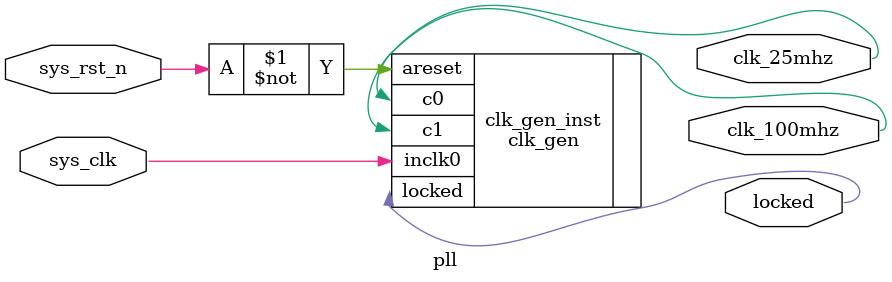
<source format=v>
module pll (
    input sys_clk,
    input sys_rst_n,
    output locked,      // 0: output frequency not stable; 1: output frequency stable
    output clk_25mhz,
    output clk_100mhz
);
    clk_gen	clk_gen_inst (
        .areset (~sys_rst_n),
        .inclk0 (sys_clk),
        .c0 (clk_25mhz),
        .c1 (clk_100mhz),
        .locked (locked)
    );
endmodule
</source>
